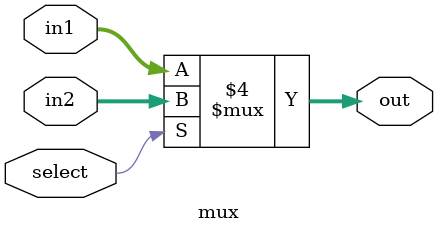
<source format=v>
module mux (in1, in2, select, out);

input[3:0]in1, in2;
input select;
output reg[3:0]out;

always @(in1, in2, select)
begin
	if(select == 1'b0)	out = in1;
	else out = in2;
end

endmodule
	
</source>
